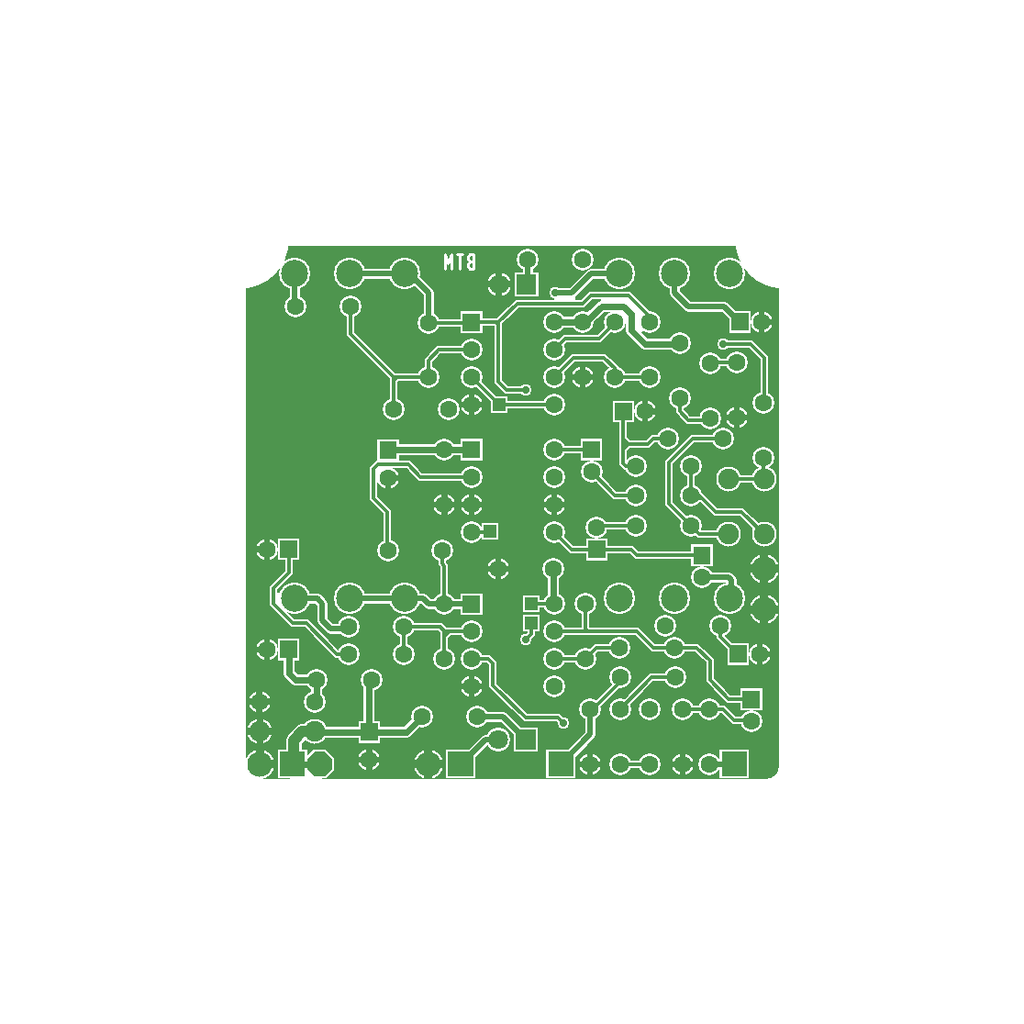
<source format=gbl>
%FSLAX34Y34*%
%MOMM*%
%LNCOPPER_BOTTOM*%
G71*
G01*
%ADD10C, 2.900*%
%ADD11C, 2.200*%
%ADD12C, 2.000*%
%ADD13C, 2.700*%
%ADD14C, 2.300*%
%ADD15C, 1.400*%
%ADD16C, 0.900*%
%ADD17C, 0.700*%
%ADD18C, 1.000*%
%ADD19C, 1.100*%
%ADD20C, 0.800*%
%ADD21C, 0.238*%
%ADD22C, 0.150*%
%ADD23C, 0.660*%
%ADD24C, 0.500*%
%ADD25C, 0.600*%
%ADD26R, 1.600X1.600*%
%ADD27C, 0.533*%
%ADD28C, 0.767*%
%ADD29C, 0.633*%
%ADD30C, 2.500*%
%ADD31C, 1.800*%
%ADD32C, 1.600*%
%ADD33C, 2.300*%
%ADD34C, 1.900*%
%ADD35C, 0.300*%
%ADD36C, 0.700*%
%ADD37C, 0.260*%
%ADD38R, 1.200X1.200*%
%LPD*%
G36*
X-200000Y700000D02*
X700000Y700000D01*
X700000Y-200000D01*
X-200000Y-200000D01*
X-200000Y700000D01*
G37*
%LPC*%
X451000Y470000D02*
G54D10*
D03*
X400200Y470000D02*
G54D10*
D03*
X349400Y470000D02*
G54D10*
D03*
X150962Y470000D02*
G54D10*
D03*
X100162Y470000D02*
G54D10*
D03*
X49362Y470000D02*
G54D10*
D03*
X451000Y169962D02*
G54D10*
D03*
X400200Y169963D02*
G54D10*
D03*
X349400Y169962D02*
G54D10*
D03*
X150962Y169962D02*
G54D10*
D03*
X100162Y169963D02*
G54D10*
D03*
X49362Y169962D02*
G54D10*
D03*
X237281Y40050D02*
G54D11*
D03*
G36*
X273681Y29050D02*
X251681Y29050D01*
X251681Y51050D01*
X273681Y51050D01*
X273681Y29050D01*
G37*
X237778Y460000D02*
G54D11*
D03*
G36*
X274178Y449000D02*
X252178Y449000D01*
X252178Y471000D01*
X274178Y471000D01*
X274178Y449000D01*
G37*
G36*
X202500Y175000D02*
X222500Y175000D01*
X222500Y155000D01*
X202500Y155000D01*
X202500Y175000D01*
G37*
X212500Y139600D02*
G54D12*
D03*
X212500Y114200D02*
G54D12*
D03*
X212500Y88800D02*
G54D12*
D03*
X288700Y165000D02*
G54D12*
D03*
X288700Y139600D02*
G54D12*
D03*
X288700Y114200D02*
G54D12*
D03*
X288700Y88800D02*
G54D12*
D03*
X187638Y114400D02*
G54D12*
D03*
X187638Y165200D02*
G54D12*
D03*
G36*
X202500Y317500D02*
X222500Y317500D01*
X222500Y297500D01*
X202500Y297500D01*
X202500Y317500D01*
G37*
X212500Y282100D02*
G54D12*
D03*
X212500Y256700D02*
G54D12*
D03*
X212500Y231300D02*
G54D12*
D03*
X288700Y307500D02*
G54D12*
D03*
X288700Y282100D02*
G54D12*
D03*
X288700Y256700D02*
G54D12*
D03*
X288700Y231300D02*
G54D12*
D03*
G36*
X202500Y435000D02*
X222500Y435000D01*
X222500Y415000D01*
X202500Y415000D01*
X202500Y435000D01*
G37*
X212500Y399600D02*
G54D12*
D03*
X212500Y374200D02*
G54D12*
D03*
X212500Y348800D02*
G54D12*
D03*
X288700Y425000D02*
G54D12*
D03*
X288700Y399600D02*
G54D12*
D03*
X288700Y374200D02*
G54D12*
D03*
X288700Y348800D02*
G54D12*
D03*
X17500Y17500D02*
G54D13*
D03*
G36*
X34000Y31000D02*
X61000Y31000D01*
X61000Y4000D01*
X34000Y4000D01*
X34000Y31000D01*
G37*
X68300Y47500D02*
G54D14*
D03*
X17500Y47500D02*
G54D14*
D03*
G54D15*
X68300Y47500D02*
X56400Y47500D01*
X48300Y39400D01*
X48300Y18300D01*
X47500Y17500D01*
X172500Y17500D02*
G54D13*
D03*
G36*
X189000Y31000D02*
X216000Y31000D01*
X216000Y4000D01*
X189000Y4000D01*
X189000Y31000D01*
G37*
G54D16*
X237281Y40050D02*
X225050Y40050D01*
X202500Y17500D01*
X217842Y61518D02*
G54D12*
D03*
X167042Y61518D02*
G54D12*
D03*
G54D16*
X217842Y61518D02*
X241213Y61518D01*
X262681Y40050D01*
X150342Y144018D02*
G54D12*
D03*
X99542Y144018D02*
G54D12*
D03*
X150342Y119018D02*
G54D12*
D03*
X99542Y119018D02*
G54D12*
D03*
G54D17*
X150342Y144018D02*
X150342Y119018D01*
X237237Y197300D02*
G54D12*
D03*
X288038Y197300D02*
G54D12*
D03*
G54D17*
X150342Y144018D02*
X183482Y144018D01*
X187500Y140000D01*
X212100Y140000D01*
X212500Y139600D01*
G54D17*
X187638Y114400D02*
X187638Y139862D01*
X187500Y140000D01*
X349738Y97300D02*
G54D12*
D03*
X400538Y97300D02*
G54D12*
D03*
X118150Y21488D02*
G54D12*
D03*
G36*
X108150Y36888D02*
X108150Y56888D01*
X128150Y56888D01*
X128150Y36888D01*
X108150Y36888D01*
G37*
G54D18*
X118150Y46888D02*
X68912Y46888D01*
X68300Y47500D01*
G54D18*
X118150Y46888D02*
X152412Y46888D01*
X167042Y61518D01*
G36*
X281500Y31000D02*
X308500Y31000D01*
X308500Y4000D01*
X281500Y4000D01*
X281500Y31000D01*
G37*
X317638Y114400D02*
G54D12*
D03*
X317638Y165200D02*
G54D12*
D03*
X67500Y75000D02*
G54D12*
D03*
X16700Y75000D02*
G54D12*
D03*
X120000Y95000D02*
G54D12*
D03*
X69200Y95000D02*
G54D12*
D03*
G54D18*
X69200Y95000D02*
X69200Y74200D01*
X67500Y72500D01*
G54D18*
X118150Y46888D02*
X118150Y88150D01*
X120000Y95000D01*
G54D18*
X69200Y95000D02*
X49786Y95000D01*
X43912Y100874D01*
X43912Y123074D01*
X349670Y17180D02*
G54D12*
D03*
X349670Y67980D02*
G54D12*
D03*
X322170Y17180D02*
G54D12*
D03*
X322170Y67980D02*
G54D12*
D03*
X377170Y17180D02*
G54D12*
D03*
X377170Y67980D02*
G54D12*
D03*
G54D17*
X317500Y165000D02*
X317500Y140000D01*
X307500Y140000D01*
X290000Y140000D01*
X287500Y140000D01*
G54D17*
X288700Y114200D02*
X317438Y114200D01*
X317638Y114400D01*
X400000Y125000D02*
G54D12*
D03*
X349200Y125000D02*
G54D12*
D03*
G36*
X441500Y31000D02*
X468500Y31000D01*
X468500Y4000D01*
X441500Y4000D01*
X441500Y31000D01*
G37*
X407170Y17180D02*
G54D12*
D03*
X407170Y67980D02*
G54D12*
D03*
X432170Y17180D02*
G54D12*
D03*
X432170Y67980D02*
G54D12*
D03*
G54D16*
X432170Y17180D02*
X454680Y17180D01*
X455000Y17500D01*
G54D17*
X407170Y67980D02*
X432170Y67980D01*
G54D18*
X288038Y197300D02*
X288038Y165662D01*
X288700Y165000D01*
G54D17*
X352170Y17180D02*
X379670Y17180D01*
G54D17*
X349738Y97300D02*
X349738Y93047D01*
X324670Y67980D01*
G54D17*
X212500Y114200D02*
X228300Y114200D01*
X232500Y110000D01*
X232500Y90000D01*
X262500Y60000D01*
X292500Y60000D01*
X297500Y55000D01*
X297500Y55000D02*
G54D19*
D03*
X135650Y281488D02*
G54D12*
D03*
G36*
X125650Y296888D02*
X125650Y316888D01*
X145650Y316888D01*
X145650Y296888D01*
X125650Y296888D01*
G37*
X187638Y307701D02*
G54D12*
D03*
X187638Y256901D02*
G54D12*
D03*
G54D18*
X212500Y307500D02*
X187839Y307500D01*
X187638Y307701D01*
X136464Y307701D01*
X135650Y306888D01*
X185400Y214638D02*
G54D12*
D03*
X135400Y214638D02*
G54D12*
D03*
G54D17*
X212500Y282100D02*
X165575Y282100D01*
X153988Y293688D01*
G54D17*
X153988Y293688D02*
X126325Y293688D01*
X482500Y280000D02*
G54D14*
D03*
X482500Y229200D02*
G54D14*
D03*
G54D17*
X126325Y293688D02*
X122500Y290000D01*
X122500Y262500D01*
X135000Y250000D01*
X135000Y215000D01*
X478595Y118842D02*
G54D12*
D03*
G36*
X468595Y108842D02*
X448595Y108842D01*
X448595Y128842D01*
X468595Y128842D01*
X468595Y108842D01*
G37*
X470726Y57137D02*
G54D12*
D03*
G36*
X460726Y67137D02*
X460726Y87137D01*
X480726Y87137D01*
X480726Y67137D01*
X460726Y67137D01*
G37*
G54D17*
X432170Y67980D02*
X444520Y67980D01*
X455000Y57500D01*
X470363Y57500D01*
X470726Y57137D01*
X23912Y215574D02*
G54D12*
D03*
G36*
X33912Y225574D02*
X53912Y225574D01*
X53912Y205574D01*
X33912Y205574D01*
X33912Y225574D01*
G37*
X23912Y123075D02*
G54D12*
D03*
G36*
X33912Y133074D02*
X53912Y133074D01*
X53912Y113074D01*
X33912Y113074D01*
X33912Y133074D01*
G37*
X328170Y235387D02*
G54D12*
D03*
G36*
X338170Y225387D02*
X338170Y205387D01*
X318170Y205387D01*
X318170Y225387D01*
X338170Y225387D01*
G37*
X315138Y425201D02*
G54D12*
D03*
X315138Y374401D02*
G54D12*
D03*
G54D18*
X315138Y425201D02*
X288901Y425201D01*
X288700Y425000D01*
X323225Y287464D02*
G54D12*
D03*
G36*
X313225Y297464D02*
X313225Y317464D01*
X333225Y317464D01*
X333225Y297464D01*
X313225Y297464D01*
G37*
X404680Y405331D02*
G54D12*
D03*
X404680Y354531D02*
G54D12*
D03*
X450000Y280000D02*
G54D14*
D03*
X450000Y229200D02*
G54D14*
D03*
X432500Y387325D02*
G54D12*
D03*
X432500Y336525D02*
G54D12*
D03*
X457500Y336875D02*
G54D12*
D03*
X457500Y387675D02*
G54D12*
D03*
X344680Y425331D02*
G54D12*
D03*
X344680Y374531D02*
G54D12*
D03*
G54D17*
X344680Y425331D02*
X344680Y424680D01*
X330000Y410000D01*
X299100Y410000D01*
X288700Y399600D01*
G54D17*
X344680Y374531D02*
X344680Y382820D01*
X335000Y392500D01*
X307000Y392500D01*
X288700Y374200D01*
X315000Y482500D02*
G54D12*
D03*
X264200Y482500D02*
G54D12*
D03*
G54D16*
X264200Y482500D02*
X264200Y461022D01*
X263178Y460000D01*
G54D17*
X288700Y348800D02*
X237900Y348800D01*
X212500Y374200D01*
X372683Y342738D02*
G54D12*
D03*
G36*
X362683Y332738D02*
X342683Y332738D01*
X342683Y352738D01*
X362683Y352738D01*
X362683Y332738D01*
G37*
X415000Y265000D02*
G54D12*
D03*
X364200Y265000D02*
G54D12*
D03*
X415000Y237500D02*
G54D12*
D03*
X364200Y237500D02*
G54D12*
D03*
G54D16*
X322170Y67980D02*
X322170Y44670D01*
X295000Y17500D01*
G54D17*
X349200Y125000D02*
X328238Y125000D01*
X317638Y114400D01*
G54D17*
X400000Y125000D02*
X420000Y125000D01*
X432500Y112500D01*
X432500Y95000D01*
X450000Y77500D01*
X470363Y77500D01*
X470726Y77137D01*
G54D17*
X288700Y307500D02*
X323225Y307464D01*
X415000Y292500D02*
G54D12*
D03*
X364200Y292500D02*
G54D12*
D03*
X445000Y317500D02*
G54D12*
D03*
X394200Y317500D02*
G54D12*
D03*
G54D17*
X415000Y265000D02*
X415000Y292500D01*
G54D17*
X450000Y280000D02*
X480000Y280000D01*
X482170Y299680D02*
G54D12*
D03*
X482170Y350480D02*
G54D12*
D03*
X480183Y425238D02*
G54D12*
D03*
G36*
X470183Y415238D02*
X450183Y415238D01*
X450183Y435238D01*
X470183Y435238D01*
X470183Y415238D01*
G37*
G54D17*
X482170Y299680D02*
X482170Y280330D01*
X482500Y280000D01*
G54D16*
X400200Y470000D02*
X400200Y452300D01*
X412500Y440000D01*
X445422Y440000D01*
X460183Y425238D01*
X445000Y405000D02*
G54D19*
D03*
X172900Y374638D02*
G54D12*
D03*
X172900Y424637D02*
G54D12*
D03*
G54D17*
X140400Y374638D02*
X172900Y374638D01*
G54D17*
X445000Y405000D02*
X470000Y405000D01*
X482500Y392500D01*
X482500Y350810D01*
X482170Y350480D01*
G54D17*
X457500Y387675D02*
X432850Y387675D01*
X432500Y387325D01*
X377180Y425331D02*
G54D12*
D03*
X377180Y374531D02*
G54D12*
D03*
G54D17*
X404680Y354531D02*
X404680Y342820D01*
X412500Y335000D01*
X430975Y335000D01*
X432500Y336525D01*
G54D18*
X315138Y425201D02*
X317701Y425201D01*
X332500Y440000D01*
X352500Y440000D01*
X360000Y432500D01*
X360000Y417500D01*
X372500Y405000D01*
X404350Y405000D01*
X404680Y405331D01*
G54D17*
X344680Y374531D02*
X377180Y374531D01*
G54D17*
X377180Y425331D02*
X377180Y430320D01*
X357500Y450000D01*
G54D17*
X357500Y450000D02*
X322500Y450000D01*
X315000Y442500D01*
X255000Y442500D01*
X237500Y425000D01*
X212500Y425000D01*
G54D17*
X237500Y425000D02*
X237500Y370000D01*
X245000Y362500D01*
X262500Y362500D01*
X262500Y362500D02*
G54D19*
D03*
X191200Y344638D02*
G54D12*
D03*
X140400Y344638D02*
G54D12*
D03*
G54D17*
X140400Y344638D02*
X140400Y374638D01*
X290000Y452500D02*
G54D19*
D03*
G54D16*
X349400Y470000D02*
X322500Y470000D01*
X305000Y452500D01*
X290000Y452500D01*
X101200Y439637D02*
G54D12*
D03*
X50400Y439637D02*
G54D12*
D03*
G54D16*
X49362Y470000D02*
X49362Y440675D01*
X50400Y439637D01*
G54D17*
X101200Y439637D02*
X101200Y413838D01*
X140400Y374638D01*
G54D20*
X40000Y500000D02*
X460000Y500000D01*
G54D20*
G75*
G01X460000Y500000D02*
G03X500000Y460000I40000J0D01*
G01*
G54D20*
G75*
G01X485000Y0D02*
G03X500000Y15000I0J15000D01*
G01*
G54D20*
X0Y460000D02*
X0Y15000D01*
G54D20*
G75*
G01X0Y15000D02*
G03X15000Y0I15000J0D01*
G01*
G54D20*
X485000Y0D02*
X15000Y0D01*
G54D20*
G75*
G01X0Y460000D02*
G03X40000Y500000I0J40000D01*
G01*
G54D20*
X500000Y15000D02*
X500000Y460000D01*
G54D16*
X49362Y169962D02*
X70038Y169962D01*
X75000Y165000D01*
X75000Y150000D01*
X82500Y142500D01*
X98024Y142500D01*
X99542Y144018D01*
G54D16*
X100162Y169963D02*
X150962Y169962D01*
X167538Y169962D01*
X172500Y165000D01*
X187438Y165000D01*
X187638Y165200D01*
X212300Y165200D01*
X212500Y165000D01*
G54D16*
X100162Y470000D02*
X150962Y470000D01*
X155000Y470000D01*
X172500Y452500D01*
X172500Y425037D01*
X172900Y424637D01*
G54D17*
X212500Y399600D02*
X182100Y399600D01*
X172500Y390000D01*
X172500Y375037D01*
X172900Y374638D01*
G54D17*
X172900Y424637D02*
X212137Y424637D01*
X212500Y425000D01*
G54D17*
X357500Y312500D02*
X352500Y317500D01*
X352500Y307500D01*
X357500Y312500D01*
G54D17*
X235000Y425000D02*
X237500Y422500D01*
G54D17*
X144462Y374650D02*
X141288Y371475D01*
G54D17*
X187727Y135228D02*
X192500Y140000D01*
G54D21*
X214388Y474722D02*
X214388Y488056D01*
X211055Y488056D01*
X209721Y487222D01*
X209055Y485556D01*
X209055Y483889D01*
X209721Y482222D01*
X211055Y481389D01*
X209721Y480556D01*
X209055Y478889D01*
X209055Y477222D01*
X209721Y475556D01*
X211055Y474722D01*
X214388Y474722D01*
G54D21*
X214388Y481389D02*
X211055Y481389D01*
G54D21*
X201721Y474722D02*
X201721Y488056D01*
G54D21*
X204388Y488056D02*
X199055Y488056D01*
G54D21*
X194388Y474722D02*
X194388Y488056D01*
X191055Y479722D01*
X187721Y488056D01*
X187721Y474722D01*
G36*
X345000Y442500D02*
X345000Y425650D01*
X344680Y425331D01*
X357831Y425331D01*
X360000Y427500D01*
X360000Y432500D01*
X352500Y440000D01*
X345000Y442500D01*
G37*
G54D22*
X345000Y442500D02*
X345000Y425650D01*
X344680Y425331D01*
X357831Y425331D01*
X360000Y427500D01*
X360000Y432500D01*
X352500Y440000D01*
X345000Y442500D01*
G36*
X126325Y293688D02*
X126188Y293688D01*
X122500Y290000D01*
X122500Y277500D01*
X131662Y277500D01*
X135650Y281488D01*
X135650Y290650D01*
X137500Y292500D01*
X126325Y293688D01*
G37*
G54D22*
X126325Y293688D02*
X126188Y293688D01*
X122500Y290000D01*
X122500Y277500D01*
X131662Y277500D01*
X135650Y281488D01*
X135650Y290650D01*
X137500Y292500D01*
X126325Y293688D01*
G36*
X17500Y17500D02*
X2500Y17500D01*
X0Y15000D01*
X15000Y0D01*
X20000Y0D01*
X20000Y15000D01*
X17500Y17500D01*
G37*
G54D22*
X17500Y17500D02*
X2500Y17500D01*
X0Y15000D01*
X15000Y0D01*
X20000Y0D01*
X20000Y15000D01*
X17500Y17500D01*
X425215Y189950D02*
G54D12*
D03*
G36*
X415215Y199950D02*
X415215Y219950D01*
X435215Y219950D01*
X435215Y199950D01*
X415215Y199950D01*
G37*
G54D17*
X288700Y231300D02*
X305000Y215000D01*
X327784Y215000D01*
X328170Y215387D01*
G54D17*
X328170Y215387D02*
X359613Y215387D01*
X365000Y210000D01*
X425165Y210000D01*
X425215Y209950D01*
G54D16*
X425215Y189950D02*
X450050Y189950D01*
X452500Y187500D01*
X452500Y171462D01*
X451000Y169962D01*
X442500Y145000D02*
G54D12*
D03*
X391700Y145000D02*
G54D12*
D03*
G54D17*
X317500Y140000D02*
X365000Y140000D01*
X380000Y125000D01*
X400000Y125000D01*
G54D17*
X442500Y145000D02*
X442500Y134937D01*
X458595Y118842D01*
G54D17*
X323225Y287464D02*
X323225Y286775D01*
X345000Y265000D01*
X364200Y265000D01*
G54D17*
X364200Y237500D02*
X330283Y237500D01*
X328170Y235387D01*
G54D17*
X364200Y292500D02*
X355000Y292500D01*
X352500Y295000D01*
X352500Y342555D01*
X352683Y342738D01*
G54D17*
X394200Y317500D02*
X380000Y317500D01*
X375000Y312500D01*
X352500Y312500D01*
G54D17*
X445000Y317500D02*
X416900Y317500D01*
X395000Y295600D01*
X395000Y257500D01*
X415000Y237500D01*
G54D17*
X415000Y237500D02*
X422500Y230000D01*
X449200Y230000D01*
X450000Y229200D01*
G54D17*
X415000Y265000D02*
X422500Y265000D01*
X437500Y250000D01*
X461700Y250000D01*
X482500Y229200D01*
G54D17*
X425000Y262500D02*
X417500Y262500D01*
X415000Y265000D01*
G54D23*
X317500Y142500D02*
X315000Y140000D01*
G54D23*
X317500Y142500D02*
X320000Y140000D01*
X482500Y197500D02*
G54D13*
D03*
X482500Y160000D02*
G54D13*
D03*
G36*
X59000Y23103D02*
X66897Y31000D01*
X78103Y31000D01*
X86000Y23103D01*
X86000Y11897D01*
X78103Y4000D01*
X66897Y4000D01*
X59000Y11897D01*
X59000Y23103D01*
G37*
G54D18*
X47500Y17500D02*
X72500Y17500D01*
G54D17*
X43912Y215574D02*
X43912Y193912D01*
X30000Y180000D01*
X30000Y165000D01*
X47500Y147500D01*
X60000Y147500D01*
X88482Y119018D01*
X99542Y119018D01*
G36*
X377180Y425331D02*
X377180Y424680D01*
X365000Y412500D01*
X360000Y417500D01*
X360000Y432500D01*
X352500Y440000D01*
X332500Y440000D01*
X332500Y450000D01*
X355000Y450000D01*
X372500Y432500D01*
X372500Y430011D01*
X377180Y425331D01*
G37*
G54D22*
X377180Y425331D02*
X377180Y424680D01*
X365000Y412500D01*
X360000Y417500D01*
X360000Y432500D01*
X352500Y440000D01*
X332500Y440000D01*
X332500Y450000D01*
X355000Y450000D01*
X372500Y432500D01*
X372500Y430011D01*
X377180Y425331D01*
G36*
X290000Y452500D02*
X307500Y452500D01*
X307500Y442500D01*
X290000Y442500D01*
X290000Y452500D01*
G37*
G54D22*
X290000Y452500D02*
X307500Y452500D01*
X307500Y442500D01*
X290000Y442500D01*
X290000Y452500D01*
G36*
X45000Y175000D02*
X45000Y165000D01*
X37500Y162500D01*
X30000Y165000D01*
X30000Y175000D01*
X45000Y175000D01*
G37*
G54D22*
X45000Y175000D02*
X45000Y165000D01*
X37500Y162500D01*
X30000Y165000D01*
X30000Y175000D01*
X45000Y175000D01*
G36*
X47500Y17500D02*
X72500Y17500D01*
X72500Y2500D01*
X47500Y2500D01*
X47500Y17500D01*
G37*
G54D24*
X47500Y17500D02*
X72500Y17500D01*
X72500Y2500D01*
X47500Y2500D01*
X47500Y17500D01*
G36*
X0Y-200000D02*
X-200000Y-200000D01*
X-200000Y700000D01*
X0Y700000D01*
X0Y-200000D01*
G37*
G54D25*
X0Y-200000D02*
X-200000Y-200000D01*
X-200000Y700000D01*
X0Y700000D01*
X0Y-200000D01*
G36*
X-200000Y700000D02*
X700000Y700000D01*
X700000Y502500D01*
X-200000Y502500D01*
X-200000Y700000D01*
G37*
G54D25*
X-200000Y700000D02*
X700000Y700000D01*
X700000Y502500D01*
X-200000Y502500D01*
X-200000Y700000D01*
G36*
X697500Y697500D02*
X700000Y-202500D01*
X500000Y-200000D01*
X500000Y697500D01*
X697500Y697500D01*
G37*
G54D25*
X697500Y697500D02*
X700000Y-202500D01*
X500000Y-200000D01*
X500000Y697500D01*
X697500Y697500D01*
G36*
X677500Y0D02*
X-200000Y0D01*
X-200000Y-200000D01*
X677500Y-200000D01*
X677500Y0D01*
G37*
G54D25*
X677500Y0D02*
X-200000Y0D01*
X-200000Y-200000D01*
X677500Y-200000D01*
X677500Y0D01*
G36*
X37500Y507500D02*
X37500Y485000D01*
X15000Y465000D01*
X-2500Y460000D01*
X-5000Y462500D01*
X-5000Y505000D01*
X37500Y507500D01*
G37*
G54D25*
X37500Y507500D02*
X37500Y485000D01*
X15000Y465000D01*
X-2500Y460000D01*
X-5000Y462500D01*
X-5000Y505000D01*
X37500Y507500D01*
G36*
X465000Y500000D02*
X465000Y485000D01*
X485000Y465000D01*
X502500Y465000D01*
X502500Y497500D01*
X495000Y505000D01*
X465000Y500000D01*
G37*
G54D25*
X465000Y500000D02*
X465000Y485000D01*
X485000Y465000D01*
X502500Y465000D01*
X502500Y497500D01*
X495000Y505000D01*
X465000Y500000D01*
G54D17*
X187638Y165200D02*
X187638Y199862D01*
X185400Y202100D01*
X185400Y214638D01*
X267500Y165000D02*
G54D26*
D03*
G54D17*
X267500Y165000D02*
X288700Y165000D01*
X230000Y232500D02*
G54D26*
D03*
G54D17*
X212500Y231300D02*
X228800Y231300D01*
X230000Y232500D01*
X237900Y348800D02*
G54D26*
D03*
X267500Y147500D02*
G54D26*
D03*
X262500Y132500D02*
G54D19*
D03*
G54D17*
X267500Y147500D02*
X267500Y137500D01*
X262500Y132500D01*
G54D17*
X400538Y97300D02*
X378990Y97300D01*
X349670Y67980D01*
%LPD*%
G54D25*
G36*
X240778Y460000D02*
X240778Y448500D01*
X234778Y448500D01*
X234778Y460000D01*
X240778Y460000D01*
G37*
G36*
X237778Y457000D02*
X226278Y457000D01*
X226278Y463000D01*
X237778Y463000D01*
X237778Y457000D01*
G37*
G36*
X234778Y460000D02*
X234778Y471500D01*
X240778Y471500D01*
X240778Y460000D01*
X234778Y460000D01*
G37*
G36*
X237778Y463000D02*
X249278Y463000D01*
X249278Y457000D01*
X237778Y457000D01*
X237778Y463000D01*
G37*
G54D27*
G36*
X209833Y88800D02*
X209833Y99300D01*
X215167Y99300D01*
X215167Y88800D01*
X209833Y88800D01*
G37*
G36*
X212500Y91467D02*
X223000Y91467D01*
X223000Y86133D01*
X212500Y86133D01*
X212500Y91467D01*
G37*
G36*
X215167Y88800D02*
X215167Y78300D01*
X209833Y78300D01*
X209833Y88800D01*
X215167Y88800D01*
G37*
G36*
X212500Y86133D02*
X202000Y86133D01*
X202000Y91467D01*
X212500Y91467D01*
X212500Y86133D01*
G37*
G54D27*
G36*
X209833Y256700D02*
X209833Y267200D01*
X215167Y267200D01*
X215167Y256700D01*
X209833Y256700D01*
G37*
G36*
X212500Y259367D02*
X223000Y259367D01*
X223000Y254033D01*
X212500Y254033D01*
X212500Y259367D01*
G37*
G36*
X215167Y256700D02*
X215167Y246200D01*
X209833Y246200D01*
X209833Y256700D01*
X215167Y256700D01*
G37*
G36*
X212500Y254033D02*
X202000Y254033D01*
X202000Y259367D01*
X212500Y259367D01*
X212500Y254033D01*
G37*
G54D27*
G36*
X286033Y256700D02*
X286033Y267200D01*
X291367Y267200D01*
X291367Y256700D01*
X286033Y256700D01*
G37*
G36*
X288700Y259367D02*
X299200Y259367D01*
X299200Y254033D01*
X288700Y254033D01*
X288700Y259367D01*
G37*
G36*
X291367Y256700D02*
X291367Y246200D01*
X286033Y246200D01*
X286033Y256700D01*
X291367Y256700D01*
G37*
G36*
X288700Y254033D02*
X278200Y254033D01*
X278200Y259367D01*
X288700Y259367D01*
X288700Y254033D01*
G37*
G54D27*
G36*
X209833Y348800D02*
X209833Y359300D01*
X215167Y359300D01*
X215167Y348800D01*
X209833Y348800D01*
G37*
G36*
X212500Y351467D02*
X223000Y351467D01*
X223000Y346133D01*
X212500Y346133D01*
X212500Y351467D01*
G37*
G36*
X215167Y348800D02*
X215167Y338300D01*
X209833Y338300D01*
X209833Y348800D01*
X215167Y348800D01*
G37*
G36*
X212500Y346133D02*
X202000Y346133D01*
X202000Y351467D01*
X212500Y351467D01*
X212500Y346133D01*
G37*
G54D28*
G36*
X13667Y17500D02*
X13667Y31500D01*
X21333Y31500D01*
X21333Y17500D01*
X13667Y17500D01*
G37*
G36*
X17500Y21333D02*
X31500Y21333D01*
X31500Y13667D01*
X17500Y13667D01*
X17500Y21333D01*
G37*
G54D29*
G36*
X20667Y47500D02*
X20667Y35500D01*
X14333Y35500D01*
X14333Y47500D01*
X20667Y47500D01*
G37*
G36*
X17500Y44333D02*
X5500Y44333D01*
X5500Y50667D01*
X17500Y50667D01*
X17500Y44333D01*
G37*
G36*
X14333Y47500D02*
X14333Y59500D01*
X20667Y59500D01*
X20667Y47500D01*
X14333Y47500D01*
G37*
G36*
X17500Y50667D02*
X29500Y50667D01*
X29500Y44333D01*
X17500Y44333D01*
X17500Y50667D01*
G37*
G54D28*
G36*
X168667Y17500D02*
X168667Y31500D01*
X176333Y31500D01*
X176333Y17500D01*
X168667Y17500D01*
G37*
G36*
X172500Y21333D02*
X186500Y21333D01*
X186500Y13667D01*
X172500Y13667D01*
X172500Y21333D01*
G37*
G36*
X176333Y17500D02*
X176333Y3500D01*
X168667Y3500D01*
X168667Y17500D01*
X176333Y17500D01*
G37*
G36*
X172500Y13667D02*
X158500Y13667D01*
X158500Y21333D01*
X172500Y21333D01*
X172500Y13667D01*
G37*
G54D27*
G36*
X234570Y197300D02*
X234570Y207800D01*
X239904Y207800D01*
X239904Y197300D01*
X234570Y197300D01*
G37*
G36*
X237237Y199967D02*
X247737Y199967D01*
X247737Y194633D01*
X237237Y194633D01*
X237237Y199967D01*
G37*
G36*
X239904Y197300D02*
X239904Y186800D01*
X234570Y186800D01*
X234570Y197300D01*
X239904Y197300D01*
G37*
G36*
X237237Y194633D02*
X226737Y194633D01*
X226737Y199967D01*
X237237Y199967D01*
X237237Y194633D01*
G37*
G54D27*
G36*
X118150Y18821D02*
X107650Y18821D01*
X107650Y24155D01*
X118150Y24155D01*
X118150Y18821D01*
G37*
G36*
X115483Y21488D02*
X115483Y31988D01*
X120817Y31988D01*
X120817Y21488D01*
X115483Y21488D01*
G37*
G36*
X118150Y24155D02*
X128650Y24155D01*
X128650Y18821D01*
X118150Y18821D01*
X118150Y24155D01*
G37*
G36*
X120817Y21488D02*
X120817Y10988D01*
X115483Y10988D01*
X115483Y21488D01*
X120817Y21488D01*
G37*
G54D27*
G36*
X19367Y75000D02*
X19367Y64500D01*
X14033Y64500D01*
X14033Y75000D01*
X19367Y75000D01*
G37*
G36*
X16700Y72333D02*
X6200Y72333D01*
X6200Y77667D01*
X16700Y77667D01*
X16700Y72333D01*
G37*
G36*
X14033Y75000D02*
X14033Y85500D01*
X19367Y85500D01*
X19367Y75000D01*
X14033Y75000D01*
G37*
G36*
X16700Y77667D02*
X27200Y77667D01*
X27200Y72333D01*
X16700Y72333D01*
X16700Y77667D01*
G37*
G54D27*
G36*
X322170Y14513D02*
X311670Y14513D01*
X311670Y19847D01*
X322170Y19847D01*
X322170Y14513D01*
G37*
G36*
X319503Y17180D02*
X319503Y27680D01*
X324837Y27680D01*
X324837Y17180D01*
X319503Y17180D01*
G37*
G36*
X322170Y19847D02*
X332670Y19847D01*
X332670Y14513D01*
X322170Y14513D01*
X322170Y19847D01*
G37*
G36*
X324837Y17180D02*
X324837Y6680D01*
X319503Y6680D01*
X319503Y17180D01*
X324837Y17180D01*
G37*
G54D27*
G36*
X407170Y14513D02*
X396670Y14513D01*
X396670Y19847D01*
X407170Y19847D01*
X407170Y14513D01*
G37*
G36*
X404503Y17180D02*
X404503Y27680D01*
X409837Y27680D01*
X409837Y17180D01*
X404503Y17180D01*
G37*
G36*
X407170Y19847D02*
X417670Y19847D01*
X417670Y14513D01*
X407170Y14513D01*
X407170Y19847D01*
G37*
G36*
X409837Y17180D02*
X409837Y6680D01*
X404503Y6680D01*
X404503Y17180D01*
X409837Y17180D01*
G37*
G54D27*
G36*
X135650Y284155D02*
X146150Y284155D01*
X146150Y278821D01*
X135650Y278821D01*
X135650Y284155D01*
G37*
G36*
X138317Y281488D02*
X138317Y270988D01*
X132983Y270988D01*
X132983Y281488D01*
X138317Y281488D01*
G37*
G54D27*
G36*
X187638Y259568D02*
X198138Y259568D01*
X198138Y254234D01*
X187638Y254234D01*
X187638Y259568D01*
G37*
G36*
X190305Y256901D02*
X190305Y246401D01*
X184971Y246401D01*
X184971Y256901D01*
X190305Y256901D01*
G37*
G36*
X187638Y254234D02*
X177138Y254234D01*
X177138Y259568D01*
X187638Y259568D01*
X187638Y254234D01*
G37*
G36*
X184971Y256901D02*
X184971Y267401D01*
X190305Y267401D01*
X190305Y256901D01*
X184971Y256901D01*
G37*
G54D27*
G36*
X481262Y118842D02*
X481262Y108342D01*
X475928Y108342D01*
X475928Y118842D01*
X481262Y118842D01*
G37*
G36*
X475928Y118842D02*
X475928Y129342D01*
X481262Y129342D01*
X481262Y118842D01*
X475928Y118842D01*
G37*
G36*
X478595Y121509D02*
X489095Y121509D01*
X489095Y116175D01*
X478595Y116175D01*
X478595Y121509D01*
G37*
G54D27*
G36*
X21245Y215574D02*
X21245Y226074D01*
X26579Y226074D01*
X26579Y215574D01*
X21245Y215574D01*
G37*
G36*
X26579Y215574D02*
X26579Y205074D01*
X21245Y205074D01*
X21245Y215574D01*
X26579Y215574D01*
G37*
G36*
X23912Y212907D02*
X13412Y212907D01*
X13412Y218241D01*
X23912Y218241D01*
X23912Y212907D01*
G37*
G54D27*
G36*
X21245Y123075D02*
X21245Y133575D01*
X26579Y133575D01*
X26579Y123075D01*
X21245Y123075D01*
G37*
G36*
X26579Y123075D02*
X26579Y112575D01*
X21245Y112575D01*
X21245Y123075D01*
X26579Y123075D01*
G37*
G36*
X23912Y120408D02*
X13412Y120408D01*
X13412Y125742D01*
X23912Y125742D01*
X23912Y120408D01*
G37*
G54D27*
G36*
X315138Y377068D02*
X325638Y377068D01*
X325638Y371734D01*
X315138Y371734D01*
X315138Y377068D01*
G37*
G36*
X317805Y374401D02*
X317805Y363901D01*
X312471Y363901D01*
X312471Y374401D01*
X317805Y374401D01*
G37*
G36*
X315138Y371734D02*
X304638Y371734D01*
X304638Y377068D01*
X315138Y377068D01*
X315138Y371734D01*
G37*
G36*
X312471Y374401D02*
X312471Y384901D01*
X317805Y384901D01*
X317805Y374401D01*
X312471Y374401D01*
G37*
G54D27*
G36*
X457500Y334208D02*
X447000Y334208D01*
X447000Y339542D01*
X457500Y339542D01*
X457500Y334208D01*
G37*
G36*
X454833Y336875D02*
X454833Y347375D01*
X460167Y347375D01*
X460167Y336875D01*
X454833Y336875D01*
G37*
G36*
X457500Y339542D02*
X468000Y339542D01*
X468000Y334208D01*
X457500Y334208D01*
X457500Y339542D01*
G37*
G36*
X460167Y336875D02*
X460167Y326375D01*
X454833Y326375D01*
X454833Y336875D01*
X460167Y336875D01*
G37*
G54D27*
G36*
X375350Y342738D02*
X375350Y332238D01*
X370016Y332238D01*
X370016Y342738D01*
X375350Y342738D01*
G37*
G36*
X370016Y342738D02*
X370016Y353238D01*
X375350Y353238D01*
X375350Y342738D01*
X370016Y342738D01*
G37*
G36*
X372683Y345405D02*
X383183Y345405D01*
X383183Y340071D01*
X372683Y340071D01*
X372683Y345405D01*
G37*
G54D27*
G36*
X482850Y425238D02*
X482850Y414738D01*
X477516Y414738D01*
X477516Y425238D01*
X482850Y425238D01*
G37*
G36*
X477516Y425238D02*
X477516Y435738D01*
X482850Y435738D01*
X482850Y425238D01*
X477516Y425238D01*
G37*
G36*
X480183Y427905D02*
X490683Y427905D01*
X490683Y422571D01*
X480183Y422571D01*
X480183Y427905D01*
G37*
G54D28*
G36*
X478667Y197500D02*
X478667Y211500D01*
X486333Y211500D01*
X486333Y197500D01*
X478667Y197500D01*
G37*
G36*
X482500Y201333D02*
X496500Y201333D01*
X496500Y193667D01*
X482500Y193667D01*
X482500Y201333D01*
G37*
G36*
X486333Y197500D02*
X486333Y183500D01*
X478667Y183500D01*
X478667Y197500D01*
X486333Y197500D01*
G37*
G36*
X482500Y193667D02*
X468500Y193667D01*
X468500Y201333D01*
X482500Y201333D01*
X482500Y193667D01*
G37*
G54D28*
G36*
X478667Y160000D02*
X478667Y174000D01*
X486333Y174000D01*
X486333Y160000D01*
X478667Y160000D01*
G37*
G36*
X482500Y163833D02*
X496500Y163833D01*
X496500Y156167D01*
X482500Y156167D01*
X482500Y163833D01*
G37*
G36*
X486333Y160000D02*
X486333Y146000D01*
X478667Y146000D01*
X478667Y160000D01*
X486333Y160000D01*
G37*
G36*
X482500Y156167D02*
X468500Y156167D01*
X468500Y163833D01*
X482500Y163833D01*
X482500Y156167D01*
G37*
X451000Y470000D02*
G54D30*
D03*
X400200Y470000D02*
G54D30*
D03*
X349400Y470000D02*
G54D30*
D03*
X150962Y470000D02*
G54D30*
D03*
X100162Y470000D02*
G54D30*
D03*
X49362Y470000D02*
G54D30*
D03*
X451000Y169962D02*
G54D30*
D03*
X400200Y169963D02*
G54D30*
D03*
X349400Y169962D02*
G54D30*
D03*
X150962Y169962D02*
G54D30*
D03*
X100162Y169963D02*
G54D30*
D03*
X49362Y169962D02*
G54D30*
D03*
X237281Y40050D02*
G54D31*
D03*
G36*
X271681Y31050D02*
X253681Y31050D01*
X253681Y49050D01*
X271681Y49050D01*
X271681Y31050D01*
G37*
X237778Y460000D02*
G54D31*
D03*
G36*
X272178Y451000D02*
X254178Y451000D01*
X254178Y469000D01*
X272178Y469000D01*
X272178Y451000D01*
G37*
G36*
X204500Y173000D02*
X220500Y173000D01*
X220500Y157000D01*
X204500Y157000D01*
X204500Y173000D01*
G37*
X212500Y139600D02*
G54D32*
D03*
X212500Y114200D02*
G54D32*
D03*
X212500Y88800D02*
G54D32*
D03*
X288700Y165000D02*
G54D32*
D03*
X288700Y139600D02*
G54D32*
D03*
X288700Y114200D02*
G54D32*
D03*
X288700Y88800D02*
G54D32*
D03*
X187638Y114400D02*
G54D32*
D03*
X187638Y165200D02*
G54D32*
D03*
G36*
X204500Y315500D02*
X220500Y315500D01*
X220500Y299500D01*
X204500Y299500D01*
X204500Y315500D01*
G37*
X212500Y282100D02*
G54D32*
D03*
X212500Y256700D02*
G54D32*
D03*
X212500Y231300D02*
G54D32*
D03*
X288700Y307500D02*
G54D32*
D03*
X288700Y282100D02*
G54D32*
D03*
X288700Y256700D02*
G54D32*
D03*
X288700Y231300D02*
G54D32*
D03*
G36*
X204500Y433000D02*
X220500Y433000D01*
X220500Y417000D01*
X204500Y417000D01*
X204500Y433000D01*
G37*
X212500Y399600D02*
G54D32*
D03*
X212500Y374200D02*
G54D32*
D03*
X212500Y348800D02*
G54D32*
D03*
X288700Y425000D02*
G54D32*
D03*
X288700Y399600D02*
G54D32*
D03*
X288700Y374200D02*
G54D32*
D03*
X288700Y348800D02*
G54D32*
D03*
X17500Y17500D02*
G54D33*
D03*
G36*
X36000Y29000D02*
X59000Y29000D01*
X59000Y6000D01*
X36000Y6000D01*
X36000Y29000D01*
G37*
X68300Y47500D02*
G54D34*
D03*
X17500Y47500D02*
G54D34*
D03*
G54D18*
X68300Y47500D02*
X56400Y47500D01*
X48300Y39400D01*
X48300Y18300D01*
X47500Y17500D01*
X172500Y17500D02*
G54D33*
D03*
G36*
X191000Y29000D02*
X214000Y29000D01*
X214000Y6000D01*
X191000Y6000D01*
X191000Y29000D01*
G37*
G54D24*
X237281Y40050D02*
X225050Y40050D01*
X202500Y17500D01*
X217842Y61518D02*
G54D32*
D03*
X167042Y61518D02*
G54D32*
D03*
G54D24*
X217842Y61518D02*
X241213Y61518D01*
X262681Y40050D01*
X150342Y144018D02*
G54D32*
D03*
X99542Y144018D02*
G54D32*
D03*
X150342Y119018D02*
G54D32*
D03*
X99542Y119018D02*
G54D32*
D03*
G54D35*
X150342Y144018D02*
X150342Y119018D01*
X237237Y197300D02*
G54D32*
D03*
X288038Y197300D02*
G54D32*
D03*
G54D35*
X150342Y144018D02*
X183482Y144018D01*
X187500Y140000D01*
X212100Y140000D01*
X212500Y139600D01*
G54D35*
X187638Y114400D02*
X187638Y139862D01*
X187500Y140000D01*
X349738Y97300D02*
G54D32*
D03*
X400538Y97300D02*
G54D32*
D03*
X118150Y21488D02*
G54D32*
D03*
G36*
X110150Y38888D02*
X110150Y54888D01*
X126150Y54888D01*
X126150Y38888D01*
X110150Y38888D01*
G37*
G54D25*
X118150Y46888D02*
X68912Y46888D01*
X68300Y47500D01*
G54D25*
X118150Y46888D02*
X152412Y46888D01*
X167042Y61518D01*
G36*
X283500Y29000D02*
X306500Y29000D01*
X306500Y6000D01*
X283500Y6000D01*
X283500Y29000D01*
G37*
X317638Y114400D02*
G54D32*
D03*
X317638Y165200D02*
G54D32*
D03*
X67500Y75000D02*
G54D32*
D03*
X16700Y75000D02*
G54D32*
D03*
X120000Y95000D02*
G54D32*
D03*
X69200Y95000D02*
G54D32*
D03*
G54D25*
X69200Y95000D02*
X69200Y74200D01*
X67500Y72500D01*
G54D25*
X118150Y46888D02*
X118150Y88150D01*
X120000Y95000D01*
G54D25*
X69200Y95000D02*
X49786Y95000D01*
X43912Y100874D01*
X43912Y123074D01*
X349670Y17180D02*
G54D32*
D03*
X349670Y67980D02*
G54D32*
D03*
X322170Y17180D02*
G54D32*
D03*
X322170Y67980D02*
G54D32*
D03*
X377170Y17180D02*
G54D32*
D03*
X377170Y67980D02*
G54D32*
D03*
G54D35*
X317500Y165000D02*
X317500Y140000D01*
X307500Y140000D01*
X290000Y140000D01*
X287500Y140000D01*
G54D35*
X288700Y114200D02*
X317438Y114200D01*
X317638Y114400D01*
X400000Y125000D02*
G54D32*
D03*
X349200Y125000D02*
G54D32*
D03*
G36*
X443500Y29000D02*
X466500Y29000D01*
X466500Y6000D01*
X443500Y6000D01*
X443500Y29000D01*
G37*
X407170Y17180D02*
G54D32*
D03*
X407170Y67980D02*
G54D32*
D03*
X432170Y17180D02*
G54D32*
D03*
X432170Y67980D02*
G54D32*
D03*
G54D24*
X432170Y17180D02*
X454680Y17180D01*
X455000Y17500D01*
G54D35*
X407170Y67980D02*
X432170Y67980D01*
G54D25*
X288038Y197300D02*
X288038Y165662D01*
X288700Y165000D01*
G54D35*
X352170Y17180D02*
X379670Y17180D01*
G54D35*
X349738Y97300D02*
X349738Y93047D01*
X324670Y67980D01*
G54D35*
X212500Y114200D02*
X228300Y114200D01*
X232500Y110000D01*
X232500Y90000D01*
X262500Y60000D01*
X292500Y60000D01*
X297500Y55000D01*
X297500Y55000D02*
G54D36*
D03*
X135650Y281488D02*
G54D32*
D03*
G36*
X127650Y298888D02*
X127650Y314888D01*
X143650Y314888D01*
X143650Y298888D01*
X127650Y298888D01*
G37*
X187638Y307701D02*
G54D32*
D03*
X187638Y256901D02*
G54D32*
D03*
G54D25*
X212500Y307500D02*
X187839Y307500D01*
X187638Y307701D01*
X136464Y307701D01*
X135650Y306888D01*
X185400Y214638D02*
G54D32*
D03*
X135400Y214638D02*
G54D32*
D03*
G54D35*
X212500Y282100D02*
X165575Y282100D01*
X153988Y293688D01*
G54D35*
X153988Y293688D02*
X126325Y293688D01*
X482500Y280000D02*
G54D34*
D03*
X482500Y229200D02*
G54D34*
D03*
G54D35*
X126325Y293688D02*
X122500Y290000D01*
X122500Y262500D01*
X135000Y250000D01*
X135000Y215000D01*
X478595Y118842D02*
G54D32*
D03*
G36*
X466595Y110842D02*
X450595Y110842D01*
X450595Y126842D01*
X466595Y126842D01*
X466595Y110842D01*
G37*
X470726Y57137D02*
G54D32*
D03*
G36*
X462726Y69137D02*
X462726Y85137D01*
X478726Y85137D01*
X478726Y69137D01*
X462726Y69137D01*
G37*
G54D35*
X432170Y67980D02*
X444520Y67980D01*
X455000Y57500D01*
X470363Y57500D01*
X470726Y57137D01*
X23912Y215574D02*
G54D32*
D03*
G36*
X35912Y223574D02*
X51912Y223574D01*
X51912Y207574D01*
X35912Y207574D01*
X35912Y223574D01*
G37*
X23912Y123075D02*
G54D32*
D03*
G36*
X35912Y131074D02*
X51912Y131074D01*
X51912Y115074D01*
X35912Y115074D01*
X35912Y131074D01*
G37*
X328170Y235387D02*
G54D32*
D03*
G36*
X336170Y223387D02*
X336170Y207387D01*
X320170Y207387D01*
X320170Y223387D01*
X336170Y223387D01*
G37*
X315138Y425201D02*
G54D32*
D03*
X315138Y374401D02*
G54D32*
D03*
G54D25*
X315138Y425201D02*
X288901Y425201D01*
X288700Y425000D01*
X323225Y287464D02*
G54D32*
D03*
G36*
X315225Y299464D02*
X315225Y315464D01*
X331225Y315464D01*
X331225Y299464D01*
X315225Y299464D01*
G37*
X404680Y405331D02*
G54D32*
D03*
X404680Y354531D02*
G54D32*
D03*
X450000Y280000D02*
G54D34*
D03*
X450000Y229200D02*
G54D34*
D03*
X432500Y387325D02*
G54D32*
D03*
X432500Y336525D02*
G54D32*
D03*
X457500Y336875D02*
G54D32*
D03*
X457500Y387675D02*
G54D32*
D03*
X344680Y425331D02*
G54D32*
D03*
X344680Y374531D02*
G54D32*
D03*
G54D35*
X344680Y425331D02*
X344680Y424680D01*
X330000Y410000D01*
X299100Y410000D01*
X288700Y399600D01*
G54D35*
X344680Y374531D02*
X344680Y382820D01*
X335000Y392500D01*
X307000Y392500D01*
X288700Y374200D01*
X315000Y482500D02*
G54D32*
D03*
X264200Y482500D02*
G54D32*
D03*
G54D24*
X264200Y482500D02*
X264200Y461022D01*
X263178Y460000D01*
G54D35*
X288700Y348800D02*
X237900Y348800D01*
X212500Y374200D01*
X372683Y342738D02*
G54D32*
D03*
G36*
X360683Y334738D02*
X344683Y334738D01*
X344683Y350738D01*
X360683Y350738D01*
X360683Y334738D01*
G37*
X415000Y265000D02*
G54D32*
D03*
X364200Y265000D02*
G54D32*
D03*
X415000Y237500D02*
G54D32*
D03*
X364200Y237500D02*
G54D32*
D03*
G54D24*
X322170Y67980D02*
X322170Y44670D01*
X295000Y17500D01*
G54D35*
X349200Y125000D02*
X328238Y125000D01*
X317638Y114400D01*
G54D35*
X400000Y125000D02*
X420000Y125000D01*
X432500Y112500D01*
X432500Y95000D01*
X450000Y77500D01*
X470363Y77500D01*
X470726Y77137D01*
G54D35*
X288700Y307500D02*
X323225Y307464D01*
X415000Y292500D02*
G54D32*
D03*
X364200Y292500D02*
G54D32*
D03*
X445000Y317500D02*
G54D32*
D03*
X394200Y317500D02*
G54D32*
D03*
G54D35*
X415000Y265000D02*
X415000Y292500D01*
G54D35*
X450000Y280000D02*
X480000Y280000D01*
X482170Y299680D02*
G54D32*
D03*
X482170Y350480D02*
G54D32*
D03*
X480183Y425238D02*
G54D32*
D03*
G36*
X468183Y417238D02*
X452183Y417238D01*
X452183Y433238D01*
X468183Y433238D01*
X468183Y417238D01*
G37*
G54D35*
X482170Y299680D02*
X482170Y280330D01*
X482500Y280000D01*
G54D24*
X400200Y470000D02*
X400200Y452300D01*
X412500Y440000D01*
X445422Y440000D01*
X460183Y425238D01*
X445000Y405000D02*
G54D36*
D03*
X172900Y374638D02*
G54D32*
D03*
X172900Y424637D02*
G54D32*
D03*
G54D35*
X140400Y374638D02*
X172900Y374638D01*
G54D35*
X445000Y405000D02*
X470000Y405000D01*
X482500Y392500D01*
X482500Y350810D01*
X482170Y350480D01*
G54D35*
X457500Y387675D02*
X432850Y387675D01*
X432500Y387325D01*
X377180Y425331D02*
G54D32*
D03*
X377180Y374531D02*
G54D32*
D03*
G54D35*
X404680Y354531D02*
X404680Y342820D01*
X412500Y335000D01*
X430975Y335000D01*
X432500Y336525D01*
G54D25*
X315138Y425201D02*
X317701Y425201D01*
X332500Y440000D01*
X352500Y440000D01*
X360000Y432500D01*
X360000Y417500D01*
X372500Y405000D01*
X404350Y405000D01*
X404680Y405331D01*
G54D35*
X344680Y374531D02*
X377180Y374531D01*
G54D35*
X377180Y425331D02*
X377180Y430320D01*
X357500Y450000D01*
G54D35*
X357500Y450000D02*
X322500Y450000D01*
X315000Y442500D01*
X255000Y442500D01*
X237500Y425000D01*
X212500Y425000D01*
G54D35*
X237500Y425000D02*
X237500Y370000D01*
X245000Y362500D01*
X262500Y362500D01*
X262500Y362500D02*
G54D36*
D03*
X191200Y344638D02*
G54D32*
D03*
X140400Y344638D02*
G54D32*
D03*
G54D35*
X140400Y344638D02*
X140400Y374638D01*
X290000Y452500D02*
G54D36*
D03*
G54D24*
X349400Y470000D02*
X322500Y470000D01*
X305000Y452500D01*
X290000Y452500D01*
X101200Y439637D02*
G54D32*
D03*
X50400Y439637D02*
G54D32*
D03*
G54D24*
X49362Y470000D02*
X49362Y440675D01*
X50400Y439637D01*
G54D35*
X101200Y439637D02*
X101200Y413838D01*
X140400Y374638D01*
G54D24*
X49362Y169962D02*
X70038Y169962D01*
X75000Y165000D01*
X75000Y150000D01*
X82500Y142500D01*
X98024Y142500D01*
X99542Y144018D01*
G54D24*
X100162Y169963D02*
X150962Y169962D01*
X167538Y169962D01*
X172500Y165000D01*
X187438Y165000D01*
X187638Y165200D01*
X212300Y165200D01*
X212500Y165000D01*
G54D24*
X100162Y470000D02*
X150962Y470000D01*
X155000Y470000D01*
X172500Y452500D01*
X172500Y425037D01*
X172900Y424637D01*
G54D35*
X212500Y399600D02*
X182100Y399600D01*
X172500Y390000D01*
X172500Y375037D01*
X172900Y374638D01*
G54D35*
X172900Y424637D02*
X212137Y424637D01*
X212500Y425000D01*
G54D35*
X357500Y312500D02*
X352500Y317500D01*
X352500Y307500D01*
X357500Y312500D01*
G54D35*
X235000Y425000D02*
X237500Y422500D01*
G54D35*
X144462Y374650D02*
X141288Y371475D01*
G54D35*
X187727Y135228D02*
X192500Y140000D01*
X147500Y57500D02*
G54D36*
D03*
X192500Y62500D02*
G54D36*
D03*
X425000Y82500D02*
G54D36*
D03*
X425215Y189950D02*
G54D32*
D03*
G36*
X417215Y201950D02*
X417215Y217950D01*
X433215Y217950D01*
X433215Y201950D01*
X417215Y201950D01*
G37*
G54D35*
X288700Y231300D02*
X305000Y215000D01*
X327784Y215000D01*
X328170Y215387D01*
G54D35*
X328170Y215387D02*
X359613Y215387D01*
X365000Y210000D01*
X425165Y210000D01*
X425215Y209950D01*
G54D24*
X425215Y189950D02*
X450050Y189950D01*
X452500Y187500D01*
X452500Y171462D01*
X451000Y169962D01*
X442500Y145000D02*
G54D32*
D03*
X391700Y145000D02*
G54D32*
D03*
G54D35*
X317500Y140000D02*
X365000Y140000D01*
X380000Y125000D01*
X400000Y125000D01*
G54D35*
X442500Y145000D02*
X442500Y134937D01*
X458595Y118842D01*
G54D35*
X323225Y287464D02*
X323225Y286775D01*
X345000Y265000D01*
X364200Y265000D01*
G54D35*
X364200Y237500D02*
X330283Y237500D01*
X328170Y235387D01*
G54D35*
X364200Y292500D02*
X355000Y292500D01*
X352500Y295000D01*
X352500Y342555D01*
X352683Y342738D01*
G54D35*
X394200Y317500D02*
X380000Y317500D01*
X375000Y312500D01*
X352500Y312500D01*
G54D35*
X445000Y317500D02*
X416900Y317500D01*
X395000Y295600D01*
X395000Y257500D01*
X415000Y237500D01*
G54D35*
X415000Y237500D02*
X422500Y230000D01*
X449200Y230000D01*
X450000Y229200D01*
G54D35*
X415000Y265000D02*
X422500Y265000D01*
X437500Y250000D01*
X461700Y250000D01*
X482500Y229200D01*
G54D35*
X425000Y262500D02*
X417500Y262500D01*
X415000Y265000D01*
G54D37*
X317500Y142500D02*
X315000Y140000D01*
G54D37*
X317500Y142500D02*
X320000Y140000D01*
X482500Y197500D02*
G54D33*
D03*
X482500Y160000D02*
G54D33*
D03*
G36*
X61000Y22273D02*
X67727Y29000D01*
X77273Y29000D01*
X84000Y22273D01*
X84000Y12727D01*
X77273Y6000D01*
X67727Y6000D01*
X61000Y12727D01*
X61000Y22273D01*
G37*
G54D25*
X47500Y17500D02*
X72500Y17500D01*
G54D35*
X43912Y215574D02*
X43912Y193912D01*
X30000Y180000D01*
X30000Y165000D01*
X47500Y147500D01*
X60000Y147500D01*
X88482Y119018D01*
X99542Y119018D01*
G54D35*
X187638Y165200D02*
X187638Y199862D01*
X185400Y202100D01*
X185400Y214638D01*
X267500Y165000D02*
G54D38*
D03*
G54D35*
X267500Y165000D02*
X288700Y165000D01*
X230000Y232500D02*
G54D38*
D03*
G54D35*
X212500Y231300D02*
X228800Y231300D01*
X230000Y232500D01*
X237900Y348800D02*
G54D38*
D03*
X267500Y147500D02*
G54D38*
D03*
X262500Y132500D02*
G54D36*
D03*
G54D35*
X267500Y147500D02*
X267500Y137500D01*
X262500Y132500D01*
G54D35*
X400538Y97300D02*
X378990Y97300D01*
X349670Y67980D01*
M02*

</source>
